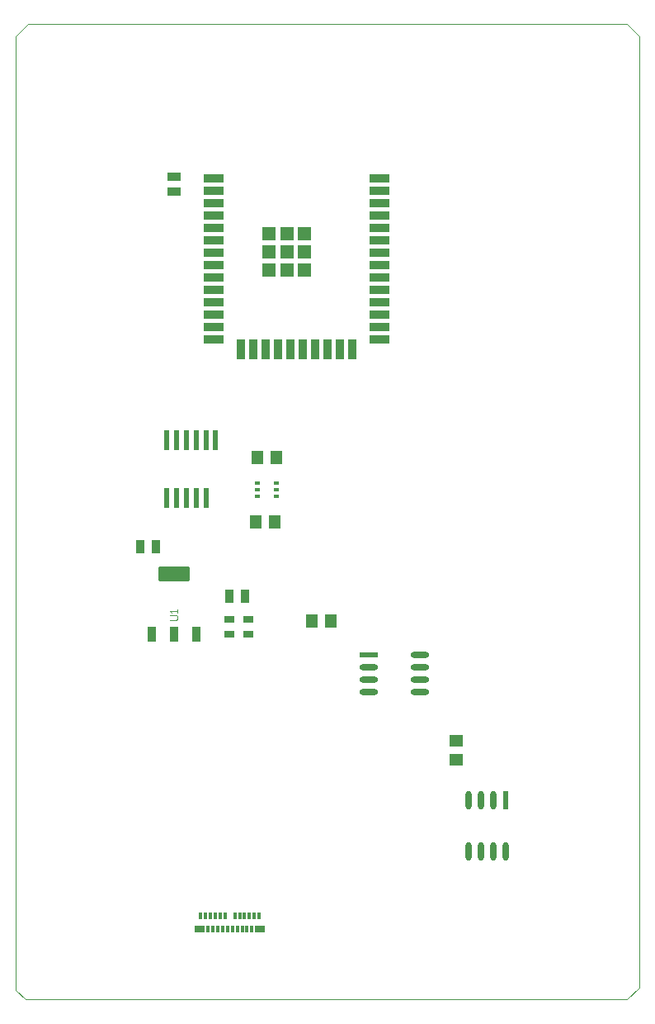
<source format=gtp>
G04*
G04 #@! TF.GenerationSoftware,Altium Limited,Altium Designer,22.7.1 (60)*
G04*
G04 Layer_Color=8421504*
%FSLAX25Y25*%
%MOIN*%
G70*
G04*
G04 #@! TF.SameCoordinates,B0270450-B435-420B-BE19-FF0628D395ED*
G04*
G04*
G04 #@! TF.FilePolarity,Positive*
G04*
G01*
G75*
%ADD16C,0.00004*%
%ADD17C,0.00394*%
%ADD18R,0.01181X0.02756*%
%ADD19R,0.03937X0.02756*%
%ADD20R,0.01968X0.07874*%
%ADD21R,0.04953X0.05756*%
%ADD22R,0.01968X0.01575*%
%ADD23R,0.03937X0.03150*%
%ADD24R,0.02410X0.07597*%
G04:AMPARAMS|DCode=25|XSize=75.97mil|YSize=24.1mil|CornerRadius=12.05mil|HoleSize=0mil|Usage=FLASHONLY|Rotation=270.000|XOffset=0mil|YOffset=0mil|HoleType=Round|Shape=RoundedRectangle|*
%AMROUNDEDRECTD25*
21,1,0.07597,0.00000,0,0,270.0*
21,1,0.05187,0.02410,0,0,270.0*
1,1,0.02410,0.00000,-0.02594*
1,1,0.02410,0.00000,0.02594*
1,1,0.02410,0.00000,0.02594*
1,1,0.02410,0.00000,-0.02594*
%
%ADD25ROUNDEDRECTD25*%
G04:AMPARAMS|DCode=26|XSize=35.43mil|YSize=57.09mil|CornerRadius=1.95mil|HoleSize=0mil|Usage=FLASHONLY|Rotation=180.000|XOffset=0mil|YOffset=0mil|HoleType=Round|Shape=RoundedRectangle|*
%AMROUNDEDRECTD26*
21,1,0.03543,0.05319,0,0,180.0*
21,1,0.03154,0.05709,0,0,180.0*
1,1,0.00390,-0.01577,0.02659*
1,1,0.00390,0.01577,0.02659*
1,1,0.00390,0.01577,-0.02659*
1,1,0.00390,-0.01577,-0.02659*
%
%ADD26ROUNDEDRECTD26*%
G04:AMPARAMS|DCode=27|XSize=124.02mil|YSize=57.09mil|CornerRadius=2mil|HoleSize=0mil|Usage=FLASHONLY|Rotation=180.000|XOffset=0mil|YOffset=0mil|HoleType=Round|Shape=RoundedRectangle|*
%AMROUNDEDRECTD27*
21,1,0.12402,0.05309,0,0,180.0*
21,1,0.12002,0.05709,0,0,180.0*
1,1,0.00400,-0.06001,0.02655*
1,1,0.00400,0.06001,0.02655*
1,1,0.00400,0.06001,-0.02655*
1,1,0.00400,-0.06001,-0.02655*
%
%ADD27ROUNDEDRECTD27*%
%ADD28R,0.03248X0.05217*%
G04:AMPARAMS|DCode=29|XSize=75.97mil|YSize=24.1mil|CornerRadius=12.05mil|HoleSize=0mil|Usage=FLASHONLY|Rotation=0.000|XOffset=0mil|YOffset=0mil|HoleType=Round|Shape=RoundedRectangle|*
%AMROUNDEDRECTD29*
21,1,0.07597,0.00000,0,0,0.0*
21,1,0.05187,0.02410,0,0,0.0*
1,1,0.02410,0.02594,0.00000*
1,1,0.02410,-0.02594,0.00000*
1,1,0.02410,-0.02594,0.00000*
1,1,0.02410,0.02594,0.00000*
%
%ADD29ROUNDEDRECTD29*%
%ADD30R,0.07597X0.02410*%
%ADD31R,0.05756X0.04953*%
%ADD32R,0.05217X0.03248*%
%ADD33R,0.05236X0.05236*%
%ADD34R,0.03543X0.07874*%
%ADD35R,0.07874X0.03543*%
D16*
X99410Y466535D02*
X341535D01*
X346457Y461614D01*
Y77756D02*
Y461614D01*
X341535Y72835D02*
X346457Y77756D01*
X98425Y72835D02*
X341535D01*
X94488Y76772D02*
X98425Y72835D01*
X94488Y76772D02*
Y461614D01*
X99410Y466535D01*
D17*
X156851Y226000D02*
X159475D01*
X160000Y226525D01*
Y227574D01*
X159475Y228099D01*
X156851D01*
X160000Y229149D02*
Y230198D01*
Y229673D01*
X156851D01*
X157376Y229149D01*
D18*
X169291Y106496D02*
D03*
X171260D02*
D03*
X173228D02*
D03*
X175197D02*
D03*
X177165D02*
D03*
X179134D02*
D03*
X183071D02*
D03*
X185039D02*
D03*
X187008D02*
D03*
X188976D02*
D03*
X190945D02*
D03*
X192913D02*
D03*
X189961Y101378D02*
D03*
X187992D02*
D03*
X186024D02*
D03*
X184055D02*
D03*
X182087D02*
D03*
X180118D02*
D03*
X178150D02*
D03*
X176181D02*
D03*
X174213D02*
D03*
X172244D02*
D03*
D19*
X168898D02*
D03*
X193307D02*
D03*
D20*
X171374Y275189D02*
D03*
X167437D02*
D03*
X163500D02*
D03*
X159563D02*
D03*
X155626D02*
D03*
Y298811D02*
D03*
X159563D02*
D03*
X163500D02*
D03*
X167437D02*
D03*
X171374D02*
D03*
X175311D02*
D03*
D21*
X191654Y265500D02*
D03*
X199346D02*
D03*
X192154Y291669D02*
D03*
X199846D02*
D03*
X221846Y225500D02*
D03*
X214154D02*
D03*
D22*
X192260Y281228D02*
D03*
Y278669D02*
D03*
Y276110D02*
D03*
X199740D02*
D03*
Y278669D02*
D03*
Y281228D02*
D03*
D23*
X188500Y220331D02*
D03*
Y226236D02*
D03*
X181000Y226283D02*
D03*
Y220378D02*
D03*
D24*
X292500Y153399D02*
D03*
D25*
X287500D02*
D03*
X282500D02*
D03*
X277500D02*
D03*
Y132601D02*
D03*
X282500D02*
D03*
X287500D02*
D03*
X292500D02*
D03*
D26*
X149445Y220394D02*
D03*
X158500D02*
D03*
X167555D02*
D03*
D27*
X158500Y244606D02*
D03*
D28*
X180850Y235500D02*
D03*
X187150D02*
D03*
X151150Y255500D02*
D03*
X144850D02*
D03*
D29*
X257899Y212000D02*
D03*
Y207000D02*
D03*
Y202000D02*
D03*
Y197000D02*
D03*
X237101D02*
D03*
Y202000D02*
D03*
Y207000D02*
D03*
D30*
Y212000D02*
D03*
D31*
X272500Y169654D02*
D03*
Y177346D02*
D03*
D32*
X158500Y405150D02*
D03*
Y398850D02*
D03*
D33*
X211287Y367457D02*
D03*
X204063D02*
D03*
X196839D02*
D03*
X211287Y374681D02*
D03*
X204063D02*
D03*
X196839D02*
D03*
X211287Y381906D02*
D03*
X204063D02*
D03*
X196839D02*
D03*
D34*
X230500Y335272D02*
D03*
X225500D02*
D03*
X220500D02*
D03*
X215500D02*
D03*
X210500D02*
D03*
X205500D02*
D03*
X200500D02*
D03*
X195500D02*
D03*
X190500D02*
D03*
X185500D02*
D03*
D35*
X241465Y404209D02*
D03*
Y399209D02*
D03*
Y394209D02*
D03*
Y389209D02*
D03*
Y384209D02*
D03*
Y379209D02*
D03*
Y374209D02*
D03*
Y369209D02*
D03*
Y364209D02*
D03*
Y359209D02*
D03*
Y354209D02*
D03*
Y349209D02*
D03*
Y344209D02*
D03*
Y339209D02*
D03*
X174535D02*
D03*
Y344209D02*
D03*
Y349209D02*
D03*
Y354209D02*
D03*
Y359209D02*
D03*
Y364209D02*
D03*
Y369209D02*
D03*
Y374209D02*
D03*
Y379209D02*
D03*
Y384209D02*
D03*
Y389209D02*
D03*
Y394209D02*
D03*
Y399209D02*
D03*
Y404209D02*
D03*
M02*

</source>
